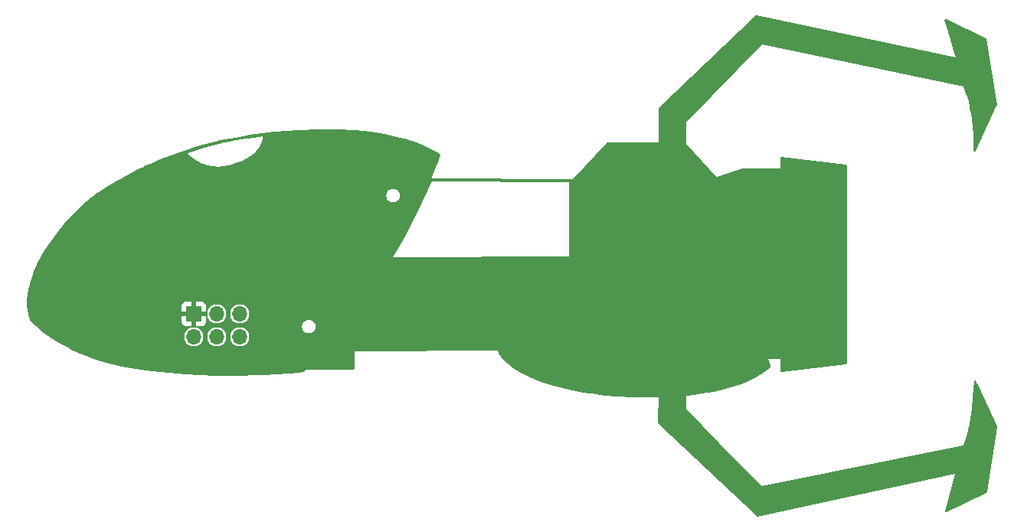
<source format=gtl>
%TF.GenerationSoftware,KiCad,Pcbnew,9.0.0*%
%TF.CreationDate,2025-03-23T17:22:46-07:00*%
%TF.ProjectId,portal-gun,706f7274-616c-42d6-9775-6e2e6b696361,rev?*%
%TF.SameCoordinates,Original*%
%TF.FileFunction,Copper,L1,Top*%
%TF.FilePolarity,Positive*%
%FSLAX46Y46*%
G04 Gerber Fmt 4.6, Leading zero omitted, Abs format (unit mm)*
G04 Created by KiCad (PCBNEW 9.0.0) date 2025-03-23 17:22:46*
%MOMM*%
%LPD*%
G01*
G04 APERTURE LIST*
%TA.AperFunction,ComponentPad*%
%ADD10R,1.700000X1.700000*%
%TD*%
%TA.AperFunction,ComponentPad*%
%ADD11O,1.700000X1.700000*%
%TD*%
%TA.AperFunction,ViaPad*%
%ADD12C,0.600000*%
%TD*%
G04 APERTURE END LIST*
D10*
%TO.P,J1,1,Pin_1*%
%TO.N,VDD*%
X124195000Y-87260000D03*
D11*
%TO.P,J1,2,Pin_2*%
%TO.N,GND*%
X124195000Y-89800000D03*
%TO.P,J1,3,Pin_3*%
%TO.N,unconnected-(J1-Pin_3-Pad3)*%
X126735000Y-87260000D03*
%TO.P,J1,4,Pin_4*%
%TO.N,unconnected-(J1-Pin_4-Pad4)*%
X126735000Y-89800000D03*
%TO.P,J1,5,Pin_5*%
%TO.N,Net-(J1-Pin_5)*%
X129275000Y-87260000D03*
%TO.P,J1,6,Pin_6*%
%TO.N,Net-(J1-Pin_6)*%
X129275000Y-89800000D03*
%TD*%
D12*
%TO.N,VDD*%
X119500000Y-78900000D03*
X128225000Y-72550000D03*
X111050000Y-86600000D03*
X151350000Y-83450000D03*
X160250000Y-83475000D03*
X194500000Y-81050000D03*
%TD*%
%TA.AperFunction,Conductor*%
%TO.N,VDD*%
G36*
X186467193Y-54231725D02*
G01*
X186468300Y-54231905D01*
X208407219Y-58908300D01*
X208408002Y-58908467D01*
X208408120Y-58908531D01*
X208408194Y-58908508D01*
X208408277Y-58908526D01*
X208408398Y-58908447D01*
X208408516Y-58908413D01*
X208408549Y-58908350D01*
X208408628Y-58908300D01*
X208408660Y-58908145D01*
X208408714Y-58908049D01*
X208408694Y-58907984D01*
X208408719Y-58907871D01*
X208408653Y-58907594D01*
X208408550Y-58907026D01*
X208408158Y-58906175D01*
X208294449Y-58522590D01*
X207831815Y-56961945D01*
X207831698Y-56961518D01*
X207831207Y-56959583D01*
X207831224Y-56959464D01*
X207831078Y-56958970D01*
X207830686Y-56958120D01*
X207397538Y-55481385D01*
X207397354Y-55480674D01*
X207396872Y-55478534D01*
X207396885Y-55478454D01*
X207396801Y-55478157D01*
X207396293Y-55477034D01*
X207209243Y-54806308D01*
X207208992Y-54805200D01*
X207206948Y-54793558D01*
X207206895Y-54792518D01*
X207206495Y-54790968D01*
X207206236Y-54789469D01*
X207206331Y-54789452D01*
X207206214Y-54789116D01*
X207206182Y-54789122D01*
X207206143Y-54788911D01*
X207206004Y-54788508D01*
X207205868Y-54787213D01*
X207205928Y-54787009D01*
X207205518Y-54785412D01*
X207205099Y-54783026D01*
X207205010Y-54779641D01*
X207207114Y-54762299D01*
X207207307Y-54760712D01*
X207207320Y-54760702D01*
X207207330Y-54760529D01*
X207207373Y-54760177D01*
X207207373Y-54760176D01*
X207207376Y-54760149D01*
X207207525Y-54758944D01*
X207207463Y-54758350D01*
X207208468Y-54741872D01*
X207209610Y-54737521D01*
X207209792Y-54737147D01*
X207210120Y-54736524D01*
X207210273Y-54736251D01*
X207210275Y-54736251D01*
X207210275Y-54736249D01*
X207210336Y-54736142D01*
X207210364Y-54735682D01*
X207210427Y-54734990D01*
X207210473Y-54734610D01*
X207211879Y-54730320D01*
X207219895Y-54716102D01*
X207220287Y-54715632D01*
X207220878Y-54714410D01*
X207220895Y-54714375D01*
X207221050Y-54714055D01*
X207221139Y-54713900D01*
X207221134Y-54713883D01*
X207221529Y-54713072D01*
X207229228Y-54697278D01*
X207231948Y-54693697D01*
X207232260Y-54693421D01*
X207232821Y-54692956D01*
X207233046Y-54692780D01*
X207233048Y-54692780D01*
X207233048Y-54692778D01*
X207233051Y-54692777D01*
X207233111Y-54692668D01*
X207233200Y-54692591D01*
X207233204Y-54692502D01*
X207233483Y-54692006D01*
X207233866Y-54691327D01*
X207236800Y-54687913D01*
X207249669Y-54677829D01*
X207250206Y-54677546D01*
X207251197Y-54676664D01*
X207251229Y-54676635D01*
X207251352Y-54676525D01*
X207251353Y-54676526D01*
X207251491Y-54676403D01*
X207251649Y-54676280D01*
X207251651Y-54676262D01*
X207265472Y-54664027D01*
X207269375Y-54661753D01*
X207269760Y-54661620D01*
X207270430Y-54661412D01*
X207270718Y-54661331D01*
X207270723Y-54661332D01*
X207270726Y-54661329D01*
X207270842Y-54661297D01*
X207270932Y-54661217D01*
X207270936Y-54661216D01*
X207270937Y-54661213D01*
X207271198Y-54660984D01*
X207271726Y-54660545D01*
X207272034Y-54660304D01*
X207276054Y-54658271D01*
X207291936Y-54653841D01*
X207292539Y-54653778D01*
X207293649Y-54653390D01*
X207294429Y-54653147D01*
X207295675Y-54652806D01*
X207296209Y-54652507D01*
X207311682Y-54647177D01*
X207316142Y-54646568D01*
X207316556Y-54646593D01*
X207317206Y-54646652D01*
X207317565Y-54646694D01*
X207317567Y-54646695D01*
X207317568Y-54646694D01*
X207317691Y-54646709D01*
X207317804Y-54646669D01*
X207317808Y-54646670D01*
X207317810Y-54646667D01*
X207318096Y-54646569D01*
X207318753Y-54646363D01*
X207319168Y-54646247D01*
X207323662Y-54645908D01*
X207340104Y-54647903D01*
X207340669Y-54648066D01*
X207341808Y-54648133D01*
X207342560Y-54648201D01*
X207343858Y-54648362D01*
X207344448Y-54648293D01*
X207361434Y-54649329D01*
X207364754Y-54650032D01*
X207367022Y-54650874D01*
X207368485Y-54651550D01*
X207369511Y-54651799D01*
X207370528Y-54652179D01*
X207370253Y-54652913D01*
X207370641Y-54653054D01*
X207370915Y-54652319D01*
X207372335Y-54652846D01*
X207373748Y-54653500D01*
X207374740Y-54653739D01*
X207376015Y-54654212D01*
X207385865Y-54657868D01*
X207386895Y-54658309D01*
X211767503Y-56793857D01*
X211768479Y-56794393D01*
X211787666Y-56806203D01*
X211790259Y-56808383D01*
X211795702Y-56814534D01*
X211796521Y-56815637D01*
X211797704Y-56816344D01*
X211803790Y-56820785D01*
X211806846Y-56824105D01*
X211811974Y-56832507D01*
X211811975Y-56832508D01*
X211812417Y-56833233D01*
X211812674Y-56833653D01*
X211812671Y-56833704D01*
X211812779Y-56833826D01*
X211813102Y-56834355D01*
X211813824Y-56835008D01*
X211820326Y-56842354D01*
X211822602Y-56846255D01*
X211825070Y-56853419D01*
X211825403Y-56854751D01*
X211826216Y-56855851D01*
X211830472Y-56862826D01*
X211831797Y-56865954D01*
X211835616Y-56880706D01*
X211835846Y-56881818D01*
X212974673Y-64163719D01*
X212974793Y-64164848D01*
X212976080Y-64187419D01*
X212975774Y-64190801D01*
X212973240Y-64201265D01*
X212973240Y-64201267D01*
X212972801Y-64212025D01*
X212972166Y-64215361D01*
X212964723Y-64236717D01*
X212964297Y-64237769D01*
X210642488Y-69253735D01*
X210641961Y-69254742D01*
X210633120Y-69269772D01*
X210633119Y-69269772D01*
X210632944Y-69270188D01*
X210631960Y-69272028D01*
X210631382Y-69272906D01*
X210631129Y-69273157D01*
X210630362Y-69274461D01*
X210630194Y-69274717D01*
X210629996Y-69274851D01*
X210628364Y-69276874D01*
X210612968Y-69291062D01*
X210598440Y-69305385D01*
X210595642Y-69307226D01*
X210595665Y-69307262D01*
X210593906Y-69308377D01*
X210593883Y-69308341D01*
X210591025Y-69310085D01*
X210571905Y-69317104D01*
X210553020Y-69324770D01*
X210550652Y-69325449D01*
X210549625Y-69325627D01*
X210548712Y-69325621D01*
X210547854Y-69325935D01*
X210546826Y-69326115D01*
X210546239Y-69325983D01*
X210544369Y-69326276D01*
X210524028Y-69325445D01*
X210503637Y-69325300D01*
X210500362Y-69324623D01*
X210500353Y-69324665D01*
X210498316Y-69324209D01*
X210498324Y-69324169D01*
X210495067Y-69323381D01*
X210493637Y-69322719D01*
X210476571Y-69314819D01*
X210476556Y-69314813D01*
X210476546Y-69314808D01*
X210457813Y-69306893D01*
X210455658Y-69305698D01*
X210454805Y-69305098D01*
X210454164Y-69304447D01*
X210453335Y-69304063D01*
X210452480Y-69303462D01*
X210452157Y-69302953D01*
X210450628Y-69301839D01*
X210436823Y-69286857D01*
X210422517Y-69272348D01*
X210420676Y-69269549D01*
X210420640Y-69269572D01*
X210419524Y-69267812D01*
X210419559Y-69267789D01*
X210417815Y-69264931D01*
X210410800Y-69245822D01*
X210410796Y-69245811D01*
X210405970Y-69233922D01*
X210405224Y-69231106D01*
X210404962Y-69229143D01*
X210404985Y-69229056D01*
X210404917Y-69228764D01*
X210404889Y-69228484D01*
X210404873Y-69228303D01*
X210404836Y-69227863D01*
X210404826Y-69227832D01*
X210404763Y-69227178D01*
X210404723Y-69225521D01*
X210404724Y-69225487D01*
X210404524Y-69224594D01*
X210403099Y-69208987D01*
X210403051Y-69207853D01*
X210403703Y-69116247D01*
X210407994Y-68513468D01*
X210408002Y-68513460D01*
X210407995Y-68513245D01*
X210407997Y-68513064D01*
X210407995Y-68513062D01*
X210407996Y-68513031D01*
X210407997Y-68513027D01*
X210407997Y-68512978D01*
X210408015Y-68511368D01*
X210407928Y-68510954D01*
X210406147Y-68450343D01*
X210385250Y-67739028D01*
X210385256Y-67739023D01*
X210385245Y-67738826D01*
X210385239Y-67738622D01*
X210385238Y-67738621D01*
X210385186Y-67736848D01*
X210385117Y-67736557D01*
X210359168Y-67272568D01*
X210359172Y-67272565D01*
X210359159Y-67272399D01*
X210359146Y-67272162D01*
X210359145Y-67272161D01*
X210359034Y-67270127D01*
X210358965Y-67269880D01*
X210320024Y-66762857D01*
X210320028Y-66762853D01*
X210320010Y-66762673D01*
X210319993Y-66762452D01*
X210319992Y-66762451D01*
X210319842Y-66760503D01*
X210319766Y-66760243D01*
X210265444Y-66218165D01*
X210265449Y-66218160D01*
X210265424Y-66217966D01*
X210265404Y-66217762D01*
X210265403Y-66217761D01*
X210265204Y-66215735D01*
X210265102Y-66215431D01*
X210193038Y-65646308D01*
X210193043Y-65646302D01*
X210193012Y-65646107D01*
X210192987Y-65645906D01*
X210192986Y-65645905D01*
X210192783Y-65644270D01*
X210192673Y-65643942D01*
X210100435Y-65055218D01*
X210100441Y-65055211D01*
X210100404Y-65055020D01*
X210100373Y-65054819D01*
X210100372Y-65054818D01*
X210100369Y-65054798D01*
X210100089Y-65052985D01*
X210099945Y-65052622D01*
X210006902Y-64565875D01*
X209985258Y-64452643D01*
X209985265Y-64452634D01*
X209985218Y-64452433D01*
X209985183Y-64452247D01*
X209985182Y-64452246D01*
X209985175Y-64452207D01*
X209985175Y-64452206D01*
X209985168Y-64452173D01*
X209984870Y-64450588D01*
X209984701Y-64450194D01*
X209937479Y-64245874D01*
X209845185Y-63846534D01*
X209845191Y-63846524D01*
X209845141Y-63846344D01*
X209845095Y-63846145D01*
X209845084Y-63846097D01*
X209845084Y-63846096D01*
X209844751Y-63844660D01*
X209844556Y-63844243D01*
X209677689Y-63244000D01*
X209677659Y-63243892D01*
X209677665Y-63243884D01*
X209677607Y-63243706D01*
X209677546Y-63243483D01*
X209677546Y-63243481D01*
X209677540Y-63243461D01*
X209677129Y-63241967D01*
X209676933Y-63241589D01*
X209583341Y-62947817D01*
X209583344Y-62947811D01*
X209583297Y-62947679D01*
X209583240Y-62947498D01*
X209583236Y-62947486D01*
X209582694Y-62945777D01*
X209582532Y-62945487D01*
X209481929Y-62657310D01*
X209481928Y-62657307D01*
X209481129Y-62655017D01*
X209481133Y-62655011D01*
X209481070Y-62654848D01*
X209481003Y-62654655D01*
X209480997Y-62654640D01*
X209480419Y-62652977D01*
X209480241Y-62652681D01*
X209479622Y-62651063D01*
X209479505Y-62650742D01*
X209478047Y-62646565D01*
X209367932Y-62358854D01*
X209274609Y-62136630D01*
X186985149Y-57487095D01*
X186985148Y-57487095D01*
X178623932Y-66097739D01*
X178618825Y-68441565D01*
X178619615Y-68443598D01*
X178619113Y-68443792D01*
X178620876Y-68448330D01*
X178620873Y-68449734D01*
X178620862Y-68450181D01*
X178620872Y-68450207D01*
X178621180Y-68450532D01*
X181998193Y-72173753D01*
X181998523Y-72174277D01*
X181999681Y-72175448D01*
X181999767Y-72175488D01*
X181999768Y-72175489D01*
X181999876Y-72175539D01*
X181999991Y-72175540D01*
X181999994Y-72175541D01*
X181999996Y-72175540D01*
X182000090Y-72175541D01*
X182000179Y-72175508D01*
X182000182Y-72175509D01*
X182000183Y-72175507D01*
X182001763Y-72174940D01*
X182002231Y-72174645D01*
X182299690Y-72055661D01*
X182300147Y-72055491D01*
X184781341Y-71203256D01*
X184781704Y-71203138D01*
X184804273Y-71196325D01*
X184806494Y-71195886D01*
X184829597Y-71193642D01*
X184830701Y-71193589D01*
X189026874Y-71199222D01*
X189026874Y-71199221D01*
X189026874Y-70746353D01*
X189027286Y-70647704D01*
X189029918Y-70018134D01*
X189029973Y-70017080D01*
X189032183Y-69994641D01*
X189033005Y-69991357D01*
X189034841Y-69986924D01*
X189035255Y-69986077D01*
X189035280Y-69985865D01*
X189035330Y-69985747D01*
X189035302Y-69985679D01*
X189035409Y-69984777D01*
X189035410Y-69984775D01*
X189035411Y-69984759D01*
X189035910Y-69980593D01*
X189037312Y-69976299D01*
X189043725Y-69964893D01*
X189044266Y-69964184D01*
X189044353Y-69963972D01*
X189044375Y-69963917D01*
X189044654Y-69963239D01*
X189044730Y-69963107D01*
X189044721Y-69963076D01*
X189044959Y-69962499D01*
X189050367Y-69949439D01*
X189052872Y-69945690D01*
X189055837Y-69942725D01*
X189056542Y-69942099D01*
X189056640Y-69941922D01*
X189056734Y-69941830D01*
X189056734Y-69941755D01*
X189057052Y-69941184D01*
X189059243Y-69937288D01*
X189062177Y-69933864D01*
X189072507Y-69925748D01*
X189073260Y-69925307D01*
X189073418Y-69925149D01*
X189074526Y-69924166D01*
X189074714Y-69924019D01*
X189075246Y-69923316D01*
X189084521Y-69914041D01*
X189088270Y-69911536D01*
X189092152Y-69909929D01*
X189093230Y-69909554D01*
X189094085Y-69908794D01*
X189097371Y-69906212D01*
X189101393Y-69904173D01*
X189114029Y-69900631D01*
X189114202Y-69900582D01*
X189115605Y-69900191D01*
X189115634Y-69900203D01*
X189115773Y-69900144D01*
X189116477Y-69899948D01*
X189116484Y-69899948D01*
X189116530Y-69899933D01*
X189116746Y-69899873D01*
X189117508Y-69899426D01*
X189129621Y-69894409D01*
X189134046Y-69893530D01*
X189138232Y-69893530D01*
X189139381Y-69893598D01*
X189140472Y-69893218D01*
X189145080Y-69891927D01*
X189148440Y-69891502D01*
X189170949Y-69891981D01*
X189172052Y-69892058D01*
X196291108Y-70746343D01*
X196292218Y-70746533D01*
X196297373Y-70747672D01*
X196298759Y-70748112D01*
X196299959Y-70748244D01*
X196301138Y-70748505D01*
X196300990Y-70749171D01*
X196301898Y-70749366D01*
X196302040Y-70748713D01*
X196303400Y-70749008D01*
X196304778Y-70749441D01*
X196305956Y-70749569D01*
X196314209Y-70751393D01*
X196317379Y-70752604D01*
X196329448Y-70759389D01*
X196330819Y-70760160D01*
X196330833Y-70760192D01*
X196330988Y-70760256D01*
X196331605Y-70760603D01*
X196331606Y-70760604D01*
X196331626Y-70760614D01*
X196331919Y-70760780D01*
X196332778Y-70760999D01*
X196344854Y-70766013D01*
X196348606Y-70768525D01*
X196351546Y-70771470D01*
X196352299Y-70772313D01*
X196353324Y-70772812D01*
X196354480Y-70773462D01*
X196356920Y-70774834D01*
X196360348Y-70777771D01*
X196368483Y-70788124D01*
X196369498Y-70789415D01*
X196369498Y-70789450D01*
X196369623Y-70789575D01*
X196370049Y-70790117D01*
X196370238Y-70790358D01*
X196370922Y-70790877D01*
X196380225Y-70800195D01*
X196382730Y-70803949D01*
X196384311Y-70807772D01*
X196384685Y-70808856D01*
X196385440Y-70809705D01*
X196387997Y-70812960D01*
X196390039Y-70816985D01*
X196393611Y-70829731D01*
X196393610Y-70829731D01*
X196394035Y-70831246D01*
X196394024Y-70831277D01*
X196394087Y-70831430D01*
X196394268Y-70832074D01*
X196394271Y-70832082D01*
X196394367Y-70832424D01*
X196394804Y-70833167D01*
X196398457Y-70842007D01*
X196399220Y-70844806D01*
X196399257Y-70845068D01*
X196399798Y-70850597D01*
X196400286Y-70852340D01*
X196400394Y-70853103D01*
X196400241Y-70853693D01*
X196400427Y-70856092D01*
X196400376Y-70856520D01*
X196400376Y-70856522D01*
X196401019Y-70863113D01*
X196401074Y-70864246D01*
X196383276Y-92722139D01*
X196383255Y-92722822D01*
X196383240Y-92723058D01*
X196382640Y-92729113D01*
X196382801Y-92730396D01*
X196382737Y-92731473D01*
X196382478Y-92732005D01*
X196382348Y-92733836D01*
X196382070Y-92734849D01*
X196380985Y-92745770D01*
X196380158Y-92749062D01*
X196374325Y-92763112D01*
X196370468Y-92777190D01*
X196369311Y-92779949D01*
X196368917Y-92780625D01*
X196364914Y-92785784D01*
X196362406Y-92791822D01*
X196362014Y-92792497D01*
X196361525Y-92792869D01*
X196360187Y-92794869D01*
X196349845Y-92805194D01*
X196340886Y-92816736D01*
X196338759Y-92818843D01*
X196338139Y-92819315D01*
X196332460Y-92822552D01*
X196327835Y-92827168D01*
X196327214Y-92827642D01*
X196326619Y-92827799D01*
X196324620Y-92829133D01*
X196311115Y-92834714D01*
X196297912Y-92842239D01*
X196295020Y-92843404D01*
X196294883Y-92843438D01*
X196284049Y-92845900D01*
X196282306Y-92846620D01*
X196281498Y-92846825D01*
X196280884Y-92846735D01*
X196279075Y-92847093D01*
X196279077Y-92847105D01*
X196278936Y-92847120D01*
X196278647Y-92847178D01*
X196278427Y-92847177D01*
X196278422Y-92847178D01*
X196272694Y-92848480D01*
X196271576Y-92848677D01*
X189205912Y-93738560D01*
X189204780Y-93738647D01*
X189182172Y-93739260D01*
X189178801Y-93738853D01*
X189174679Y-93737724D01*
X189172718Y-93737187D01*
X189172717Y-93737187D01*
X189166999Y-93737187D01*
X189162571Y-93736306D01*
X189154766Y-93733073D01*
X189149027Y-93730695D01*
X189134884Y-93726821D01*
X189132127Y-93725665D01*
X189131456Y-93725275D01*
X189126328Y-93721293D01*
X189120328Y-93718809D01*
X189119656Y-93718418D01*
X189119281Y-93717927D01*
X189117287Y-93716595D01*
X189106919Y-93706226D01*
X189106917Y-93706224D01*
X189095338Y-93697237D01*
X189093232Y-93695114D01*
X189092766Y-93694504D01*
X189089548Y-93688855D01*
X189084955Y-93684263D01*
X189084484Y-93683645D01*
X189084325Y-93683046D01*
X189082994Y-93681054D01*
X189080494Y-93675019D01*
X189077386Y-93667514D01*
X189074426Y-93662320D01*
X189072675Y-93659249D01*
X189071250Y-93654976D01*
X189071161Y-93654269D01*
X189071089Y-93653107D01*
X189070579Y-93652060D01*
X189068756Y-93647658D01*
X189068084Y-93645419D01*
X189068012Y-93645047D01*
X189067983Y-93644813D01*
X189067953Y-93644742D01*
X189067850Y-93644204D01*
X189067869Y-93644107D01*
X189067697Y-93643149D01*
X189067579Y-93641953D01*
X189065576Y-93621608D01*
X189065520Y-93620474D01*
X189065520Y-92235043D01*
X189064639Y-92232916D01*
X189064810Y-92232844D01*
X189062473Y-92227202D01*
X189062473Y-92226815D01*
X189062472Y-92226814D01*
X187674328Y-92229381D01*
X187674327Y-92229381D01*
X187675101Y-92230952D01*
X187676287Y-92235719D01*
X187676349Y-92237809D01*
X187676335Y-92237851D01*
X187676351Y-92237884D01*
X187676354Y-92237974D01*
X187676888Y-92239254D01*
X187677323Y-92239857D01*
X187899088Y-92689970D01*
X187899539Y-92691011D01*
X187903341Y-92701120D01*
X187903348Y-92701145D01*
X187907807Y-92712929D01*
X187908156Y-92714009D01*
X187982154Y-92988129D01*
X187982245Y-92988488D01*
X187982333Y-92988863D01*
X187982598Y-92990446D01*
X187982834Y-92990987D01*
X187983075Y-92992006D01*
X187982979Y-92992593D01*
X187983382Y-92994426D01*
X187983398Y-92995233D01*
X187985717Y-93009125D01*
X187985779Y-93012518D01*
X187984007Y-93026176D01*
X187984007Y-93026180D01*
X187984266Y-93039377D01*
X187983905Y-93042478D01*
X187983726Y-93043175D01*
X187980848Y-93050533D01*
X187979830Y-93058368D01*
X187979653Y-93059061D01*
X187979290Y-93059544D01*
X187978477Y-93061954D01*
X187971905Y-93073387D01*
X187971903Y-93073390D01*
X187966880Y-93086225D01*
X187965293Y-93089040D01*
X187965177Y-93089190D01*
X187956467Y-93100241D01*
X187955700Y-93101573D01*
X187955230Y-93102189D01*
X187954710Y-93102489D01*
X187953885Y-93103436D01*
X187953983Y-93103536D01*
X187953473Y-93104040D01*
X187951193Y-93106932D01*
X187950448Y-93107786D01*
X187799337Y-93264974D01*
X187799015Y-93265297D01*
X187798767Y-93265534D01*
X187795142Y-93268632D01*
X187791916Y-93272121D01*
X187791662Y-93272366D01*
X187791629Y-93272378D01*
X187791329Y-93272673D01*
X187589107Y-93452403D01*
X187588224Y-93453114D01*
X187585308Y-93455233D01*
X187582697Y-93457710D01*
X187581839Y-93458448D01*
X187283177Y-93690762D01*
X187282954Y-93690931D01*
X187282608Y-93691186D01*
X187280131Y-93692750D01*
X187277904Y-93694667D01*
X187277557Y-93694924D01*
X187277531Y-93694930D01*
X187277329Y-93695088D01*
X187089555Y-93827086D01*
X187088599Y-93827691D01*
X187087258Y-93828449D01*
X187087257Y-93828450D01*
X187086067Y-93829408D01*
X187085151Y-93830074D01*
X186869966Y-93970984D01*
X186869808Y-93971086D01*
X186869410Y-93971337D01*
X186867645Y-93972260D01*
X186866049Y-93973460D01*
X186865647Y-93973715D01*
X186865626Y-93973718D01*
X186865484Y-93973815D01*
X186621818Y-94122200D01*
X186620823Y-94122742D01*
X186619454Y-94123401D01*
X186619450Y-94123403D01*
X186618229Y-94124262D01*
X186617271Y-94124868D01*
X186343988Y-94279333D01*
X186343823Y-94279425D01*
X186343405Y-94279652D01*
X186341613Y-94280444D01*
X186339979Y-94281515D01*
X186339552Y-94281748D01*
X186339532Y-94281750D01*
X186339389Y-94281834D01*
X186035414Y-94440944D01*
X186034384Y-94441421D01*
X186033024Y-94441970D01*
X186031773Y-94442735D01*
X186030778Y-94443277D01*
X185695002Y-94605618D01*
X185694838Y-94605696D01*
X185694391Y-94605903D01*
X185692603Y-94606560D01*
X185690945Y-94607503D01*
X185690502Y-94607709D01*
X185690482Y-94607709D01*
X185690336Y-94607784D01*
X185321653Y-94771939D01*
X185320598Y-94772349D01*
X185319256Y-94772795D01*
X185318013Y-94773451D01*
X185316991Y-94773929D01*
X184914293Y-94938483D01*
X184914132Y-94938548D01*
X184913682Y-94938723D01*
X184911910Y-94939252D01*
X184910240Y-94940070D01*
X184909797Y-94940244D01*
X184909777Y-94940243D01*
X184909630Y-94940307D01*
X184471830Y-95103835D01*
X184470756Y-95104178D01*
X184469458Y-95104523D01*
X184468240Y-95105075D01*
X184467194Y-95105489D01*
X183993167Y-95266581D01*
X183993007Y-95266633D01*
X183992533Y-95266786D01*
X183990817Y-95267187D01*
X183989186Y-95267869D01*
X183988713Y-95268023D01*
X183988697Y-95268021D01*
X183988550Y-95268075D01*
X183477230Y-95425301D01*
X183476135Y-95425579D01*
X183475692Y-95425669D01*
X183474898Y-95425830D01*
X183473721Y-95426284D01*
X183472647Y-95426638D01*
X182922915Y-95578583D01*
X182922758Y-95578625D01*
X182922278Y-95578750D01*
X182920610Y-95579039D01*
X182919016Y-95579602D01*
X182918537Y-95579728D01*
X182918521Y-95579725D01*
X182918381Y-95579768D01*
X182329128Y-95725016D01*
X182328014Y-95725233D01*
X182326857Y-95725400D01*
X182326847Y-95725402D01*
X182325729Y-95725763D01*
X182324642Y-95726056D01*
X181694789Y-95863181D01*
X181694636Y-95863213D01*
X181694150Y-95863311D01*
X181692551Y-95863498D01*
X181691010Y-95863951D01*
X181690516Y-95864052D01*
X181690502Y-95864049D01*
X181690367Y-95864082D01*
X181018795Y-95991670D01*
X181017674Y-95991826D01*
X181016602Y-95991922D01*
X181016594Y-95991923D01*
X181015551Y-95992202D01*
X181014437Y-95992441D01*
X180300051Y-96109071D01*
X180299906Y-96109093D01*
X180299403Y-96109168D01*
X180297883Y-96109265D01*
X180296402Y-96109619D01*
X180295900Y-96109695D01*
X180295886Y-96109691D01*
X180295756Y-96109716D01*
X179537461Y-96213968D01*
X179536336Y-96214067D01*
X179535341Y-96214105D01*
X179534367Y-96214314D01*
X179533245Y-96214496D01*
X178729941Y-96304951D01*
X178729857Y-96304960D01*
X178729318Y-96305016D01*
X178728422Y-96305029D01*
X178727538Y-96305203D01*
X178727006Y-96305260D01*
X178726997Y-96305257D01*
X178726918Y-96305269D01*
X178631407Y-96314584D01*
X178618011Y-97020377D01*
X178611096Y-97582073D01*
X178611477Y-97763027D01*
X178612679Y-97782482D01*
X178613525Y-97784385D01*
X178612899Y-97784663D01*
X178614572Y-97788441D01*
X178614702Y-97790535D01*
X178614718Y-97791111D01*
X178614752Y-97791178D01*
X178615189Y-97791593D01*
X182280775Y-101542067D01*
X186987876Y-106358175D01*
X186987887Y-106358186D01*
X186988698Y-106359018D01*
X186988710Y-106359075D01*
X186988830Y-106359154D01*
X186989067Y-106359397D01*
X186989186Y-106359408D01*
X186989216Y-106359405D01*
X186990576Y-106358995D01*
X209219061Y-101863749D01*
X209220493Y-101863460D01*
X209220515Y-101863473D01*
X209220683Y-101863422D01*
X209220873Y-101863384D01*
X209220907Y-101863356D01*
X209220912Y-101863355D01*
X209220914Y-101863351D01*
X209220953Y-101863320D01*
X209221316Y-101862717D01*
X209221732Y-101862094D01*
X209221990Y-101861355D01*
X209289605Y-101736118D01*
X209289972Y-101735438D01*
X209289990Y-101735433D01*
X209290068Y-101735261D01*
X209290244Y-101734937D01*
X209290248Y-101734933D01*
X209290269Y-101734892D01*
X209290803Y-101733914D01*
X209290964Y-101733328D01*
X209380101Y-101540984D01*
X209380423Y-101540292D01*
X209380441Y-101540285D01*
X209380499Y-101540129D01*
X209380686Y-101539727D01*
X209380689Y-101539723D01*
X209380705Y-101539687D01*
X209381124Y-101538793D01*
X209381259Y-101538121D01*
X209549427Y-101094303D01*
X209550153Y-101092388D01*
X209550171Y-101092380D01*
X209550223Y-101092204D01*
X209550374Y-101091807D01*
X209550381Y-101091786D01*
X209550759Y-101090794D01*
X209550843Y-101090133D01*
X209701117Y-100588632D01*
X209701716Y-100586634D01*
X209701730Y-100586626D01*
X209701778Y-100586428D01*
X209701831Y-100586252D01*
X209701829Y-100586249D01*
X209701864Y-100586136D01*
X209701866Y-100586133D01*
X209701872Y-100586112D01*
X209702260Y-100584823D01*
X209702296Y-100584299D01*
X209836068Y-100035304D01*
X209836078Y-100035298D01*
X209836118Y-100035100D01*
X209836164Y-100034913D01*
X209836163Y-100034912D01*
X209836172Y-100034877D01*
X209836172Y-100034875D01*
X209836178Y-100034853D01*
X209836570Y-100033257D01*
X209836579Y-100032811D01*
X209953904Y-99452062D01*
X209953911Y-99452058D01*
X209953942Y-99451871D01*
X209953979Y-99451690D01*
X209953980Y-99451689D01*
X209953988Y-99451646D01*
X209954370Y-99449789D01*
X209954361Y-99449403D01*
X210056094Y-98850378D01*
X210056099Y-98850375D01*
X210056122Y-98850209D01*
X210056162Y-98849979D01*
X210056161Y-98849978D01*
X210056477Y-98848162D01*
X210056464Y-98847841D01*
X210143614Y-98243495D01*
X210143620Y-98243491D01*
X210143648Y-98243259D01*
X210143673Y-98243090D01*
X210143671Y-98243088D01*
X210143674Y-98243073D01*
X210143966Y-98241102D01*
X210143947Y-98240830D01*
X210199347Y-97791595D01*
X210217393Y-97645260D01*
X210217398Y-97645257D01*
X210217415Y-97645079D01*
X210217443Y-97644857D01*
X210217441Y-97644855D01*
X210217660Y-97643129D01*
X210217637Y-97642833D01*
X210328245Y-96524310D01*
X210328250Y-96524306D01*
X210328263Y-96524124D01*
X210328285Y-96523906D01*
X210328284Y-96523905D01*
X210328478Y-96521994D01*
X210328442Y-96521685D01*
X210396834Y-95594782D01*
X210396839Y-95594778D01*
X210396849Y-95594570D01*
X210396864Y-95594376D01*
X210397026Y-95592283D01*
X210396981Y-95591988D01*
X210397155Y-95588609D01*
X210441525Y-94724895D01*
X210441636Y-94723803D01*
X210442930Y-94715213D01*
X210443241Y-94714021D01*
X210443322Y-94712627D01*
X210443530Y-94711270D01*
X210443660Y-94711289D01*
X210443693Y-94709301D01*
X210444182Y-94707574D01*
X210444187Y-94707567D01*
X210444252Y-94706435D01*
X210444992Y-94701520D01*
X210445984Y-94698278D01*
X210447037Y-94696063D01*
X210452814Y-94683919D01*
X210453475Y-94682533D01*
X210453496Y-94682525D01*
X210453551Y-94682374D01*
X210453783Y-94681889D01*
X210453786Y-94681885D01*
X210453804Y-94681845D01*
X210454126Y-94681175D01*
X210454279Y-94680427D01*
X210459521Y-94666404D01*
X210461888Y-94662578D01*
X210463368Y-94660992D01*
X210464061Y-94660311D01*
X210464132Y-94660246D01*
X210464159Y-94660176D01*
X210464544Y-94659260D01*
X210465473Y-94657307D01*
X210468166Y-94653693D01*
X210479228Y-94643711D01*
X210479869Y-94643298D01*
X210480435Y-94642688D01*
X210480457Y-94642665D01*
X210480810Y-94642285D01*
X210480938Y-94642171D01*
X210480938Y-94642147D01*
X210482191Y-94640803D01*
X210492415Y-94629837D01*
X210496067Y-94627207D01*
X210498040Y-94626307D01*
X210498906Y-94625958D01*
X210498910Y-94625953D01*
X210498911Y-94625954D01*
X210499007Y-94625867D01*
X210499126Y-94625813D01*
X210499155Y-94625733D01*
X210501397Y-94623710D01*
X210505267Y-94621401D01*
X210519400Y-94616379D01*
X210520126Y-94616241D01*
X210520819Y-94615924D01*
X210521812Y-94615523D01*
X210522594Y-94615247D01*
X210523221Y-94614828D01*
X210536793Y-94608643D01*
X210541180Y-94607608D01*
X210543349Y-94607532D01*
X210544325Y-94607540D01*
X210544418Y-94607544D01*
X210544492Y-94607511D01*
X210545407Y-94607139D01*
X210547446Y-94606415D01*
X210551906Y-94605765D01*
X210566951Y-94606538D01*
X210567674Y-94606683D01*
X210568375Y-94606657D01*
X210569444Y-94606666D01*
X210570247Y-94606709D01*
X210570983Y-94606565D01*
X210585912Y-94606042D01*
X210590365Y-94606767D01*
X210591499Y-94607191D01*
X210592366Y-94607515D01*
X210593290Y-94607907D01*
X210593373Y-94607946D01*
X210593397Y-94607946D01*
X210594454Y-94607950D01*
X210596605Y-94608061D01*
X210600973Y-94609167D01*
X210614530Y-94615615D01*
X210615149Y-94616034D01*
X210615852Y-94616295D01*
X210616827Y-94616708D01*
X210617617Y-94617086D01*
X210618357Y-94617230D01*
X210632122Y-94622376D01*
X210632285Y-94622437D01*
X210636118Y-94624807D01*
X210637683Y-94626264D01*
X210638379Y-94626969D01*
X210638453Y-94627051D01*
X210638480Y-94627061D01*
X210639457Y-94627472D01*
X210641387Y-94628390D01*
X210645008Y-94631088D01*
X210654986Y-94642146D01*
X210655067Y-94642235D01*
X210655480Y-94642863D01*
X210656020Y-94643363D01*
X210656760Y-94644114D01*
X210657286Y-94644700D01*
X210657904Y-94645118D01*
X210669301Y-94655744D01*
X210671419Y-94658401D01*
X210673933Y-94662734D01*
X210674517Y-94663982D01*
X210675215Y-94664939D01*
X210675845Y-94666023D01*
X210675272Y-94666355D01*
X210675817Y-94667291D01*
X210676393Y-94666959D01*
X210677092Y-94668170D01*
X210677688Y-94669455D01*
X210678394Y-94670416D01*
X210682715Y-94677861D01*
X210683235Y-94678867D01*
X210955054Y-95275182D01*
X212979016Y-99715352D01*
X212979435Y-99716407D01*
X212984766Y-99731994D01*
X212985382Y-99735333D01*
X212985631Y-99742448D01*
X212987118Y-99748399D01*
X212987245Y-99748966D01*
X212987517Y-99750346D01*
X212987492Y-99750470D01*
X212987567Y-99751003D01*
X212988009Y-99752276D01*
X212988026Y-99752344D01*
X212988358Y-99755725D01*
X212987250Y-99778055D01*
X212987138Y-99779185D01*
X211919275Y-106951664D01*
X211919053Y-106952778D01*
X211913547Y-106974710D01*
X211912246Y-106977846D01*
X211907209Y-106986240D01*
X211904240Y-106994957D01*
X211901979Y-106998864D01*
X211894581Y-107007282D01*
X211894580Y-107007284D01*
X211888815Y-107016891D01*
X211886752Y-107019429D01*
X211886276Y-107019869D01*
X211878386Y-107025714D01*
X211871538Y-107033506D01*
X211871089Y-107033923D01*
X211870777Y-107034038D01*
X211869331Y-107035263D01*
X211850109Y-107047190D01*
X211849115Y-107047740D01*
X207435621Y-109218892D01*
X207434580Y-109219343D01*
X207422079Y-109224034D01*
X207422063Y-109224042D01*
X207421202Y-109224533D01*
X207419026Y-109225491D01*
X207417993Y-109225823D01*
X207416968Y-109225953D01*
X207413170Y-109227378D01*
X207412889Y-109227469D01*
X207412657Y-109227450D01*
X207410084Y-109228003D01*
X207390865Y-109229243D01*
X207372327Y-109231580D01*
X207369707Y-109231611D01*
X207368743Y-109231512D01*
X207366259Y-109230832D01*
X207363690Y-109230998D01*
X207362726Y-109230900D01*
X207362187Y-109230610D01*
X207360168Y-109230342D01*
X207342522Y-109224332D01*
X207342505Y-109224327D01*
X207342499Y-109224325D01*
X207334323Y-109222086D01*
X207324472Y-109219388D01*
X207322040Y-109218414D01*
X207321188Y-109217955D01*
X207319153Y-109216375D01*
X207316714Y-109215544D01*
X207315859Y-109215084D01*
X207315473Y-109214610D01*
X207313709Y-109213589D01*
X207299686Y-109201265D01*
X207299674Y-109201256D01*
X207284926Y-109189811D01*
X207283052Y-109187982D01*
X207282441Y-109187233D01*
X207281164Y-109184991D01*
X207279221Y-109183285D01*
X207278614Y-109182540D01*
X207278437Y-109181951D01*
X207277200Y-109180336D01*
X207268948Y-109163561D01*
X207262266Y-109151839D01*
X207262113Y-109151562D01*
X207261096Y-109149658D01*
X207261092Y-109149626D01*
X207261068Y-109149607D01*
X207260775Y-109149058D01*
X207260773Y-109149047D01*
X207260605Y-109148728D01*
X207260403Y-109148318D01*
X207259234Y-109143947D01*
X207258183Y-109127656D01*
X207258251Y-109127048D01*
X207258088Y-109125788D01*
X207258084Y-109125754D01*
X207258035Y-109125374D01*
X207258025Y-109125196D01*
X207258011Y-109125184D01*
X207257873Y-109124094D01*
X207255634Y-109106334D01*
X207255708Y-109102939D01*
X207256129Y-109100474D01*
X207256465Y-109099160D01*
X207256473Y-109098661D01*
X207256602Y-109097377D01*
X207256698Y-109097197D01*
X207256775Y-109096764D01*
X207256917Y-109096789D01*
X207257080Y-109096486D01*
X207256830Y-109096445D01*
X207257086Y-109094896D01*
X207257473Y-109093366D01*
X207257526Y-109092288D01*
X207259500Y-109080732D01*
X207259740Y-109079650D01*
X208378762Y-104993557D01*
X208379149Y-104992152D01*
X208379215Y-104992052D01*
X208379198Y-104991974D01*
X208379224Y-104991881D01*
X208379206Y-104991775D01*
X208379203Y-104991757D01*
X208379163Y-104991698D01*
X208378623Y-104990837D01*
X208377956Y-104989663D01*
X208377814Y-104988526D01*
X208377347Y-104984799D01*
X208376136Y-104983520D01*
X186544199Y-109692027D01*
X186543078Y-109692212D01*
X186520610Y-109694790D01*
X186517216Y-109694677D01*
X186507437Y-109692894D01*
X186507429Y-109692893D01*
X186498077Y-109693170D01*
X186493625Y-109692420D01*
X186483299Y-109688495D01*
X186483285Y-109688492D01*
X186472420Y-109686512D01*
X186469303Y-109685470D01*
X186468745Y-109685189D01*
X186460358Y-109679778D01*
X186450510Y-109676036D01*
X186449982Y-109675771D01*
X186449764Y-109675519D01*
X186448099Y-109674587D01*
X186430197Y-109660759D01*
X186429334Y-109660021D01*
X175571862Y-99425514D01*
X175571075Y-99424696D01*
X175556220Y-99407648D01*
X175555244Y-99406356D01*
X175554757Y-99405608D01*
X175553640Y-99403120D01*
X175552051Y-99401449D01*
X175551472Y-99400558D01*
X175551362Y-99399969D01*
X175550372Y-99398402D01*
X175543542Y-99380647D01*
X175543534Y-99380626D01*
X175538806Y-99370103D01*
X175537818Y-99366158D01*
X175537808Y-99366016D01*
X175537526Y-99365384D01*
X175537299Y-99364840D01*
X175537067Y-99364236D01*
X175536323Y-99360918D01*
X175534687Y-99338456D01*
X175534661Y-99337329D01*
X175547010Y-98852789D01*
X175606976Y-96499717D01*
X175606985Y-96499709D01*
X175606981Y-96499519D01*
X175606987Y-96499316D01*
X175606984Y-96499313D01*
X175606978Y-96499298D01*
X175606978Y-96499295D01*
X175606975Y-96499292D01*
X175606229Y-96497526D01*
X175606061Y-96497129D01*
X175606225Y-96497059D01*
X175606224Y-96496923D01*
X175603930Y-96491624D01*
X175603933Y-96491142D01*
X175603935Y-96491076D01*
X175603933Y-96491076D01*
X175603934Y-96491075D01*
X175028062Y-96501503D01*
X175027960Y-96501504D01*
X175027429Y-96501508D01*
X175026354Y-96501422D01*
X175025274Y-96501529D01*
X175024751Y-96501534D01*
X175024741Y-96501530D01*
X175024645Y-96501535D01*
X173979742Y-96501718D01*
X173978614Y-96501663D01*
X173977882Y-96501591D01*
X173977157Y-96501648D01*
X173976025Y-96501681D01*
X172879501Y-96479552D01*
X172879328Y-96479547D01*
X172878841Y-96479529D01*
X172877019Y-96479313D01*
X172875178Y-96479400D01*
X172874697Y-96479384D01*
X172874680Y-96479376D01*
X172874520Y-96479376D01*
X170824520Y-96375873D01*
X170823391Y-96375761D01*
X170822723Y-96375661D01*
X170821235Y-96375438D01*
X170821232Y-96375438D01*
X170819048Y-96375448D01*
X170817913Y-96375397D01*
X168945119Y-96199598D01*
X168944855Y-96199571D01*
X168944414Y-96199519D01*
X168941669Y-96198986D01*
X168938868Y-96198870D01*
X168938440Y-96198820D01*
X168938416Y-96198806D01*
X168938176Y-96198785D01*
X167236383Y-95959648D01*
X167235265Y-95959435D01*
X167232786Y-95958833D01*
X167230234Y-95958602D01*
X167229110Y-95958444D01*
X165692117Y-95664922D01*
X165691819Y-95664861D01*
X165691409Y-95664771D01*
X165688358Y-95663871D01*
X165685210Y-95663418D01*
X165684798Y-95663328D01*
X165684774Y-95663311D01*
X165684503Y-95663259D01*
X164306135Y-95324312D01*
X164305051Y-95323988D01*
X164302219Y-95322989D01*
X164302218Y-95322988D01*
X164302213Y-95322987D01*
X164299279Y-95322396D01*
X164298178Y-95322117D01*
X163072224Y-94946699D01*
X163071894Y-94946592D01*
X163071508Y-94946461D01*
X163068159Y-94945063D01*
X163064646Y-94944132D01*
X163064264Y-94944003D01*
X163064242Y-94943984D01*
X163063937Y-94943887D01*
X161984208Y-94540954D01*
X161983164Y-94540504D01*
X161979993Y-94538951D01*
X161979980Y-94538945D01*
X161976638Y-94537826D01*
X161975579Y-94537412D01*
X161035891Y-94115929D01*
X161035527Y-94115759D01*
X161035192Y-94115594D01*
X161031523Y-94113494D01*
X161027614Y-94111874D01*
X161027298Y-94111719D01*
X161027276Y-94111694D01*
X161026944Y-94111537D01*
X160502063Y-93830760D01*
X160221061Y-93680442D01*
X160220088Y-93679858D01*
X160218354Y-93678699D01*
X160216563Y-93677501D01*
X160216557Y-93677498D01*
X160216551Y-93677494D01*
X160212772Y-93675581D01*
X160211785Y-93675019D01*
X159533538Y-93243284D01*
X159533137Y-93243017D01*
X159532880Y-93242838D01*
X159528901Y-93239717D01*
X159524594Y-93237065D01*
X159524321Y-93236875D01*
X159524301Y-93236844D01*
X159523932Y-93236591D01*
X159011834Y-92847178D01*
X158967118Y-92813175D01*
X158966252Y-92812447D01*
X158962313Y-92808789D01*
X158958014Y-92805552D01*
X158957142Y-92804825D01*
X158881059Y-92734849D01*
X158515536Y-92398667D01*
X158515105Y-92398248D01*
X158514928Y-92398066D01*
X158510555Y-92393170D01*
X158505780Y-92388690D01*
X158505599Y-92388505D01*
X158505586Y-92388472D01*
X158505174Y-92388046D01*
X158364369Y-92227202D01*
X158172577Y-92008114D01*
X158171878Y-92007230D01*
X158167372Y-92000930D01*
X158167368Y-92000924D01*
X158162455Y-91994925D01*
X158161779Y-91994012D01*
X157931975Y-91649272D01*
X157931722Y-91648874D01*
X157931548Y-91648589D01*
X157931221Y-91647973D01*
X157931094Y-91647844D01*
X157930682Y-91647167D01*
X157930668Y-91647082D01*
X157930293Y-91646477D01*
X157925513Y-91637267D01*
X157925483Y-91637210D01*
X157920564Y-91627985D01*
X157919864Y-91626387D01*
X157919692Y-91626057D01*
X157919214Y-91625016D01*
X157791945Y-91307050D01*
X157791944Y-91307050D01*
X157791944Y-91307049D01*
X141963797Y-91376925D01*
X141963797Y-93315472D01*
X141963741Y-93316605D01*
X141961561Y-93338748D01*
X141961561Y-93338767D01*
X141961529Y-93339095D01*
X141961378Y-93339376D01*
X141960704Y-93342390D01*
X141952129Y-93363094D01*
X141943676Y-93384012D01*
X141941129Y-93387859D01*
X141925334Y-93403654D01*
X141909528Y-93419738D01*
X141905703Y-93422318D01*
X141884956Y-93430912D01*
X141864231Y-93439708D01*
X141860944Y-93440562D01*
X141860608Y-93440598D01*
X141860599Y-93440598D01*
X141849913Y-93441744D01*
X141838473Y-93442971D01*
X141837340Y-93443037D01*
X136563930Y-93489037D01*
X136440108Y-93624190D01*
X136439487Y-93624818D01*
X136439382Y-93624916D01*
X136430107Y-93633233D01*
X136428933Y-93634704D01*
X136428319Y-93635280D01*
X136427741Y-93635497D01*
X136426374Y-93636651D01*
X136426386Y-93636668D01*
X136426190Y-93636807D01*
X136426008Y-93636961D01*
X136425853Y-93637046D01*
X136425852Y-93637047D01*
X136422467Y-93640082D01*
X136419634Y-93641953D01*
X136402610Y-93649894D01*
X136402579Y-93649909D01*
X136386149Y-93658989D01*
X136383483Y-93660056D01*
X136383220Y-93660124D01*
X136378530Y-93661126D01*
X136377421Y-93661642D01*
X136376409Y-93661908D01*
X136375815Y-93661826D01*
X136373985Y-93662274D01*
X136372935Y-93662320D01*
X136360851Y-93664900D01*
X136359730Y-93665082D01*
X134889741Y-93830667D01*
X134889556Y-93830687D01*
X134889075Y-93830733D01*
X134887115Y-93830760D01*
X134885182Y-93831108D01*
X134884710Y-93831154D01*
X134884691Y-93831148D01*
X134884524Y-93831170D01*
X133163170Y-93968977D01*
X133162036Y-93969012D01*
X133161222Y-93968997D01*
X133161219Y-93968997D01*
X133161213Y-93968997D01*
X133161207Y-93968997D01*
X133161206Y-93968998D01*
X133160403Y-93969125D01*
X133159273Y-93969246D01*
X132086401Y-94031691D01*
X132086306Y-94031697D01*
X132085781Y-94031723D01*
X132084799Y-94031683D01*
X132083829Y-94031820D01*
X132083299Y-94031847D01*
X132083289Y-94031843D01*
X132083208Y-94031851D01*
X130881409Y-94082332D01*
X130880267Y-94082323D01*
X130879749Y-94082293D01*
X130879748Y-94082293D01*
X130879220Y-94082359D01*
X130878086Y-94082443D01*
X129557091Y-94115187D01*
X129556981Y-94115190D01*
X129556459Y-94115197D01*
X129555347Y-94115116D01*
X129554244Y-94115231D01*
X129553717Y-94115240D01*
X129553706Y-94115235D01*
X129553615Y-94115241D01*
X128123098Y-94124482D01*
X128121964Y-94124433D01*
X128121292Y-94124371D01*
X128121290Y-94124371D01*
X128121289Y-94124371D01*
X128120823Y-94124411D01*
X128120616Y-94124429D01*
X128119477Y-94124470D01*
X126589156Y-94104437D01*
X126589037Y-94104435D01*
X126588521Y-94104422D01*
X126587264Y-94104282D01*
X126585994Y-94104363D01*
X126585480Y-94104352D01*
X126585467Y-94104346D01*
X126585357Y-94104348D01*
X124964935Y-94049272D01*
X124963808Y-94049179D01*
X124963339Y-94049116D01*
X124962950Y-94049065D01*
X124962948Y-94049065D01*
X124962940Y-94049064D01*
X124962087Y-94049100D01*
X124960959Y-94049092D01*
X123260117Y-93953205D01*
X123259978Y-93953196D01*
X123259467Y-93953161D01*
X123258040Y-93952938D01*
X123256595Y-93952964D01*
X123256090Y-93952930D01*
X123256077Y-93952923D01*
X123255952Y-93952920D01*
X121484401Y-93810454D01*
X121483274Y-93810307D01*
X121482229Y-93810118D01*
X121481156Y-93810110D01*
X121480022Y-93810045D01*
X119647483Y-93615230D01*
X119647326Y-93615212D01*
X119646825Y-93615151D01*
X119645198Y-93614815D01*
X119643533Y-93614756D01*
X119643031Y-93614696D01*
X119643017Y-93614688D01*
X119642871Y-93614676D01*
X117759022Y-93361745D01*
X117757902Y-93361538D01*
X117755889Y-93361062D01*
X117753819Y-93360904D01*
X117752690Y-93360761D01*
X116283697Y-93101129D01*
X116283385Y-93101070D01*
X116282979Y-93100986D01*
X116279776Y-93100089D01*
X116276485Y-93099654D01*
X116276084Y-93099572D01*
X116276060Y-93099556D01*
X116275776Y-93099504D01*
X114914221Y-92781289D01*
X114913133Y-92780977D01*
X114911707Y-92780492D01*
X114910401Y-92780048D01*
X114907562Y-92779515D01*
X114906458Y-92779251D01*
X113650611Y-92412858D01*
X113650315Y-92412767D01*
X113649904Y-92412635D01*
X113646899Y-92411427D01*
X113643744Y-92410658D01*
X113643336Y-92410527D01*
X113643315Y-92410509D01*
X113643041Y-92410428D01*
X112491161Y-92006263D01*
X112490107Y-92005834D01*
X112487593Y-92004663D01*
X112484931Y-92003864D01*
X112483862Y-92003485D01*
X112097071Y-91844468D01*
X111434190Y-91571944D01*
X111433917Y-91571827D01*
X111433523Y-91571653D01*
X111430776Y-91570194D01*
X111427844Y-91569146D01*
X111427454Y-91568974D01*
X111427436Y-91568955D01*
X111427184Y-91568851D01*
X110477992Y-91120340D01*
X110476987Y-91119803D01*
X110474762Y-91118470D01*
X110474763Y-91118470D01*
X110474759Y-91118468D01*
X110472345Y-91117467D01*
X110471318Y-91116981D01*
X109620862Y-90661904D01*
X109620616Y-90661769D01*
X109620245Y-90661559D01*
X109617808Y-90659928D01*
X109615160Y-90658677D01*
X109614780Y-90658462D01*
X109614764Y-90658441D01*
X109614540Y-90658322D01*
X108861072Y-90207077D01*
X108860133Y-90206450D01*
X108858209Y-90205023D01*
X108858205Y-90205021D01*
X108858204Y-90205020D01*
X108856088Y-90203897D01*
X108855113Y-90203316D01*
X108196912Y-89766319D01*
X108196698Y-89766174D01*
X108196331Y-89765919D01*
X108194229Y-89764203D01*
X108191892Y-89762826D01*
X108191526Y-89762571D01*
X108191512Y-89762550D01*
X108191316Y-89762421D01*
X108113110Y-89705312D01*
X108101089Y-89696534D01*
X123144500Y-89696534D01*
X123144500Y-89903465D01*
X123184870Y-90106422D01*
X123184871Y-90106424D01*
X123229383Y-90213883D01*
X123264059Y-90297598D01*
X123379023Y-90469655D01*
X123525345Y-90615977D01*
X123697402Y-90730941D01*
X123860574Y-90798529D01*
X123888575Y-90810128D01*
X123888577Y-90810129D01*
X123888578Y-90810129D01*
X123888580Y-90810130D01*
X124091535Y-90850500D01*
X124091536Y-90850500D01*
X124298464Y-90850500D01*
X124298465Y-90850500D01*
X124501420Y-90810130D01*
X124692598Y-90730941D01*
X124864655Y-90615977D01*
X125010977Y-90469655D01*
X125125941Y-90297598D01*
X125205130Y-90106420D01*
X125245500Y-89903465D01*
X125245500Y-89696535D01*
X125245500Y-89696534D01*
X125684500Y-89696534D01*
X125684500Y-89903465D01*
X125724870Y-90106422D01*
X125724871Y-90106424D01*
X125769383Y-90213883D01*
X125804059Y-90297598D01*
X125919023Y-90469655D01*
X126065345Y-90615977D01*
X126237402Y-90730941D01*
X126400574Y-90798529D01*
X126428575Y-90810128D01*
X126428577Y-90810129D01*
X126428578Y-90810129D01*
X126428580Y-90810130D01*
X126631535Y-90850500D01*
X126631536Y-90850500D01*
X126838464Y-90850500D01*
X126838465Y-90850500D01*
X127041420Y-90810130D01*
X127232598Y-90730941D01*
X127404655Y-90615977D01*
X127550977Y-90469655D01*
X127665941Y-90297598D01*
X127745130Y-90106420D01*
X127785500Y-89903465D01*
X127785500Y-89696535D01*
X127785500Y-89696534D01*
X128224500Y-89696534D01*
X128224500Y-89903465D01*
X128264870Y-90106422D01*
X128264871Y-90106424D01*
X128309383Y-90213883D01*
X128344059Y-90297598D01*
X128459023Y-90469655D01*
X128605345Y-90615977D01*
X128777402Y-90730941D01*
X128940574Y-90798529D01*
X128968575Y-90810128D01*
X128968577Y-90810129D01*
X128968578Y-90810129D01*
X128968580Y-90810130D01*
X129171535Y-90850500D01*
X129171536Y-90850500D01*
X129378464Y-90850500D01*
X129378465Y-90850500D01*
X129581420Y-90810130D01*
X129772598Y-90730941D01*
X129944655Y-90615977D01*
X130090977Y-90469655D01*
X130205941Y-90297598D01*
X130285130Y-90106420D01*
X130325500Y-89903465D01*
X130325500Y-89696535D01*
X130285130Y-89493580D01*
X130205941Y-89302402D01*
X130090977Y-89130345D01*
X129944655Y-88984023D01*
X129772598Y-88869059D01*
X129772596Y-88869058D01*
X129581424Y-88789871D01*
X129581422Y-88789870D01*
X129378465Y-88749500D01*
X129171535Y-88749500D01*
X129171534Y-88749500D01*
X128968577Y-88789870D01*
X128968575Y-88789871D01*
X128777404Y-88869058D01*
X128777402Y-88869059D01*
X128605345Y-88984023D01*
X128605341Y-88984026D01*
X128459026Y-89130341D01*
X128459023Y-89130345D01*
X128344058Y-89302404D01*
X128264871Y-89493575D01*
X128264870Y-89493577D01*
X128224500Y-89696534D01*
X127785500Y-89696534D01*
X127745130Y-89493580D01*
X127665941Y-89302402D01*
X127550977Y-89130345D01*
X127404655Y-88984023D01*
X127232598Y-88869059D01*
X127232596Y-88869058D01*
X127041424Y-88789871D01*
X127041422Y-88789870D01*
X126838465Y-88749500D01*
X126631535Y-88749500D01*
X126631534Y-88749500D01*
X126428577Y-88789870D01*
X126428575Y-88789871D01*
X126237404Y-88869058D01*
X126237402Y-88869059D01*
X126065345Y-88984023D01*
X126065341Y-88984026D01*
X125919026Y-89130341D01*
X125919023Y-89130345D01*
X125804058Y-89302404D01*
X125724871Y-89493575D01*
X125724870Y-89493577D01*
X125684500Y-89696534D01*
X125245500Y-89696534D01*
X125205130Y-89493580D01*
X125125941Y-89302402D01*
X125010977Y-89130345D01*
X124864655Y-88984023D01*
X124692598Y-88869059D01*
X124692596Y-88869058D01*
X124501424Y-88789871D01*
X124501422Y-88789870D01*
X124298465Y-88749500D01*
X124091535Y-88749500D01*
X124091534Y-88749500D01*
X123888577Y-88789870D01*
X123888575Y-88789871D01*
X123697404Y-88869058D01*
X123697402Y-88869059D01*
X123525345Y-88984023D01*
X123525341Y-88984026D01*
X123379026Y-89130341D01*
X123379023Y-89130345D01*
X123264058Y-89302404D01*
X123184871Y-89493575D01*
X123184870Y-89493577D01*
X123144500Y-89696534D01*
X108101089Y-89696534D01*
X107626610Y-89350051D01*
X107626325Y-89349837D01*
X107626031Y-89349608D01*
X107623242Y-89347117D01*
X107620159Y-89345036D01*
X107619848Y-89344794D01*
X107619832Y-89344766D01*
X107619574Y-89344573D01*
X106762849Y-88634622D01*
X106762012Y-88633856D01*
X106758270Y-88630079D01*
X106758268Y-88630077D01*
X106758260Y-88630069D01*
X106758254Y-88630064D01*
X106754141Y-88626693D01*
X106753300Y-88625932D01*
X106084729Y-87958305D01*
X106083971Y-87957471D01*
X106069607Y-87939995D01*
X106067863Y-87937087D01*
X106065244Y-87930775D01*
X106064310Y-87929553D01*
X106061094Y-87925344D01*
X106059452Y-87922376D01*
X106054364Y-87908778D01*
X106054033Y-87907740D01*
X105911561Y-87371757D01*
X105911325Y-87370647D01*
X105910759Y-87367173D01*
X105910749Y-87366361D01*
X105910591Y-87365772D01*
X105910340Y-87364605D01*
X105910258Y-87364100D01*
X105909946Y-87363374D01*
X105909003Y-87359864D01*
X105908769Y-87358781D01*
X105818894Y-86815875D01*
X105818765Y-86814750D01*
X105818551Y-86811495D01*
X105818617Y-86810664D01*
X105818539Y-86810219D01*
X105818383Y-86808911D01*
X105818356Y-86808474D01*
X105818097Y-86807680D01*
X105817538Y-86804457D01*
X105817399Y-86803328D01*
X105814390Y-86762402D01*
X105784962Y-86362168D01*
X122845000Y-86362168D01*
X122845000Y-87010000D01*
X123761988Y-87010000D01*
X123729075Y-87067007D01*
X123695000Y-87194174D01*
X123695000Y-87325826D01*
X123729075Y-87452993D01*
X123761988Y-87510000D01*
X122845000Y-87510000D01*
X122845000Y-88157831D01*
X122851402Y-88217375D01*
X122851403Y-88217381D01*
X122901645Y-88352085D01*
X122901646Y-88352088D01*
X122987811Y-88467188D01*
X123102911Y-88553353D01*
X123102914Y-88553354D01*
X123237618Y-88603596D01*
X123237624Y-88603597D01*
X123297168Y-88609999D01*
X123297178Y-88610000D01*
X123945000Y-88610000D01*
X123945000Y-87693012D01*
X124002007Y-87725925D01*
X124129174Y-87760000D01*
X124260826Y-87760000D01*
X124387993Y-87725925D01*
X124445000Y-87693012D01*
X124445000Y-88610000D01*
X125092822Y-88610000D01*
X125092831Y-88609999D01*
X125152375Y-88603597D01*
X125152381Y-88603596D01*
X125159124Y-88601081D01*
X136174500Y-88601081D01*
X136174500Y-88748918D01*
X136203342Y-88893915D01*
X136203343Y-88893917D01*
X136240667Y-88984023D01*
X136259916Y-89030495D01*
X136342049Y-89153416D01*
X136446584Y-89257951D01*
X136569505Y-89340084D01*
X136614359Y-89358663D01*
X136706082Y-89396656D01*
X136706084Y-89396657D01*
X136706085Y-89396657D01*
X136706087Y-89396658D01*
X136851082Y-89425500D01*
X136851083Y-89425500D01*
X136998917Y-89425500D01*
X136998918Y-89425500D01*
X137143913Y-89396658D01*
X137280495Y-89340084D01*
X137403416Y-89257951D01*
X137507951Y-89153416D01*
X137590084Y-89030495D01*
X137646658Y-88893913D01*
X137675500Y-88748918D01*
X137675500Y-88601082D01*
X137646658Y-88456087D01*
X137590084Y-88319505D01*
X137507951Y-88196584D01*
X137403416Y-88092049D01*
X137280495Y-88009916D01*
X137280493Y-88009915D01*
X137143917Y-87953343D01*
X137143915Y-87953342D01*
X136998918Y-87924500D01*
X136851082Y-87924500D01*
X136851081Y-87924500D01*
X136706084Y-87953342D01*
X136706082Y-87953343D01*
X136569507Y-88009915D01*
X136569505Y-88009916D01*
X136470639Y-88075976D01*
X136446584Y-88092049D01*
X136446580Y-88092052D01*
X136342052Y-88196580D01*
X136342049Y-88196584D01*
X136259915Y-88319507D01*
X136203343Y-88456082D01*
X136203342Y-88456084D01*
X136174500Y-88601081D01*
X125159124Y-88601081D01*
X125189719Y-88589670D01*
X125287085Y-88553354D01*
X125287088Y-88553353D01*
X125402188Y-88467188D01*
X125488353Y-88352088D01*
X125488354Y-88352085D01*
X125538596Y-88217381D01*
X125538597Y-88217375D01*
X125544999Y-88157831D01*
X125545000Y-88157822D01*
X125545000Y-87510000D01*
X124628012Y-87510000D01*
X124660925Y-87452993D01*
X124695000Y-87325826D01*
X124695000Y-87194174D01*
X124684914Y-87156534D01*
X125684500Y-87156534D01*
X125684500Y-87363465D01*
X125724870Y-87566422D01*
X125724871Y-87566424D01*
X125763673Y-87660099D01*
X125804059Y-87757598D01*
X125919023Y-87929655D01*
X126065345Y-88075977D01*
X126237402Y-88190941D01*
X126400574Y-88258529D01*
X126428575Y-88270128D01*
X126428577Y-88270129D01*
X126428578Y-88270129D01*
X126428580Y-88270130D01*
X126631535Y-88310500D01*
X126631536Y-88310500D01*
X126838464Y-88310500D01*
X126838465Y-88310500D01*
X127041420Y-88270130D01*
X127232598Y-88190941D01*
X127404655Y-88075977D01*
X127550977Y-87929655D01*
X127665941Y-87757598D01*
X127745130Y-87566420D01*
X127785500Y-87363465D01*
X127785500Y-87156535D01*
X127785500Y-87156534D01*
X128224500Y-87156534D01*
X128224500Y-87363465D01*
X128264870Y-87566422D01*
X128264871Y-87566424D01*
X128303673Y-87660099D01*
X128344059Y-87757598D01*
X128459023Y-87929655D01*
X128605345Y-88075977D01*
X128777402Y-88190941D01*
X128940574Y-88258529D01*
X128968575Y-88270128D01*
X128968577Y-88270129D01*
X128968578Y-88270129D01*
X128968580Y-88270130D01*
X129171535Y-88310500D01*
X129171536Y-88310500D01*
X129378464Y-88310500D01*
X129378465Y-88310500D01*
X129581420Y-88270130D01*
X129772598Y-88190941D01*
X129944655Y-88075977D01*
X130090977Y-87929655D01*
X130205941Y-87757598D01*
X130285130Y-87566420D01*
X130325500Y-87363465D01*
X130325500Y-87156535D01*
X130285130Y-86953580D01*
X130205941Y-86762402D01*
X130090977Y-86590345D01*
X129944655Y-86444023D01*
X129772598Y-86329059D01*
X129772596Y-86329058D01*
X129581424Y-86249871D01*
X129581422Y-86249870D01*
X129378465Y-86209500D01*
X129171535Y-86209500D01*
X129171534Y-86209500D01*
X128968577Y-86249870D01*
X128968575Y-86249871D01*
X128777404Y-86329058D01*
X128777402Y-86329059D01*
X128727851Y-86362168D01*
X128605345Y-86444023D01*
X128605341Y-86444026D01*
X128459026Y-86590341D01*
X128459023Y-86590345D01*
X128344058Y-86762404D01*
X128264871Y-86953575D01*
X128264870Y-86953577D01*
X128224500Y-87156534D01*
X127785500Y-87156534D01*
X127745130Y-86953580D01*
X127665941Y-86762402D01*
X127550977Y-86590345D01*
X127404655Y-86444023D01*
X127232598Y-86329059D01*
X127232596Y-86329058D01*
X127041424Y-86249871D01*
X127041422Y-86249870D01*
X126838465Y-86209500D01*
X126631535Y-86209500D01*
X126631534Y-86209500D01*
X126428577Y-86249870D01*
X126428575Y-86249871D01*
X126237404Y-86329058D01*
X126237402Y-86329059D01*
X126187851Y-86362168D01*
X126065345Y-86444023D01*
X126065341Y-86444026D01*
X125919026Y-86590341D01*
X125919023Y-86590345D01*
X125804058Y-86762404D01*
X125724871Y-86953575D01*
X125724870Y-86953577D01*
X125684500Y-87156534D01*
X124684914Y-87156534D01*
X124660925Y-87067007D01*
X124628012Y-87010000D01*
X125545000Y-87010000D01*
X125545000Y-86362177D01*
X125544999Y-86362168D01*
X125538597Y-86302624D01*
X125538596Y-86302618D01*
X125488354Y-86167914D01*
X125488353Y-86167911D01*
X125402188Y-86052811D01*
X125287088Y-85966646D01*
X125287085Y-85966645D01*
X125152381Y-85916403D01*
X125152375Y-85916402D01*
X125092831Y-85910000D01*
X124445000Y-85910000D01*
X124445000Y-86826988D01*
X124387993Y-86794075D01*
X124260826Y-86760000D01*
X124129174Y-86760000D01*
X124002007Y-86794075D01*
X123945000Y-86826988D01*
X123945000Y-85910000D01*
X123297168Y-85910000D01*
X123237624Y-85916402D01*
X123237618Y-85916403D01*
X123102914Y-85966645D01*
X123102911Y-85966646D01*
X122987811Y-86052811D01*
X122901646Y-86167911D01*
X122901645Y-86167914D01*
X122851403Y-86302618D01*
X122851402Y-86302624D01*
X122845000Y-86362168D01*
X105784962Y-86362168D01*
X105777134Y-86255706D01*
X105777108Y-86254576D01*
X105777179Y-86251693D01*
X105777325Y-86250848D01*
X105777288Y-86250433D01*
X105777247Y-86249071D01*
X105777256Y-86248719D01*
X105777064Y-86247888D01*
X105776808Y-86244955D01*
X105776766Y-86243837D01*
X105776785Y-86242106D01*
X105776786Y-86242106D01*
X105782945Y-85692994D01*
X105783013Y-85691883D01*
X105783292Y-85689350D01*
X105783507Y-85688503D01*
X105783504Y-85688224D01*
X105783576Y-85686787D01*
X105783607Y-85686506D01*
X105783479Y-85685638D01*
X105783456Y-85683102D01*
X105783502Y-85681965D01*
X105832960Y-85129465D01*
X105833114Y-85128354D01*
X105833517Y-85126233D01*
X105833805Y-85125378D01*
X105833815Y-85125207D01*
X105833817Y-85125167D01*
X105833863Y-85124408D01*
X105833894Y-85124251D01*
X105833874Y-85124222D01*
X105833941Y-85123127D01*
X105834109Y-85120424D01*
X105834232Y-85119328D01*
X105923819Y-84566628D01*
X105924046Y-84565561D01*
X105924501Y-84563840D01*
X105924853Y-84562994D01*
X105924866Y-84562893D01*
X105924870Y-84562858D01*
X105924968Y-84562075D01*
X105925011Y-84561920D01*
X105924992Y-84561888D01*
X105925052Y-84561419D01*
X105925422Y-84558524D01*
X105925612Y-84557458D01*
X106052156Y-84006118D01*
X106052464Y-84005029D01*
X106052913Y-84003692D01*
X106053321Y-84002853D01*
X106053327Y-84002821D01*
X106053479Y-84002006D01*
X106053531Y-84001855D01*
X106053513Y-84001820D01*
X106053689Y-84000880D01*
X106054066Y-83998880D01*
X106054324Y-83997801D01*
X106214660Y-83449373D01*
X106215026Y-83448317D01*
X106215429Y-83447316D01*
X106215888Y-83446498D01*
X106216044Y-83445853D01*
X106216046Y-83445853D01*
X106216087Y-83445683D01*
X106216150Y-83445528D01*
X106216134Y-83445490D01*
X106216761Y-83442918D01*
X106217081Y-83441842D01*
X106408036Y-82897874D01*
X106408460Y-82896832D01*
X106408488Y-82896771D01*
X106408783Y-82896138D01*
X106409294Y-82895327D01*
X106409476Y-82894708D01*
X106409477Y-82894708D01*
X106409524Y-82894548D01*
X106409597Y-82894392D01*
X106409582Y-82894351D01*
X106410240Y-82892123D01*
X106410604Y-82891085D01*
X106629034Y-82353049D01*
X106629504Y-82352036D01*
X106630282Y-82350555D01*
X106630816Y-82349802D01*
X106630833Y-82349757D01*
X106631519Y-82348212D01*
X106631540Y-82348171D01*
X106631741Y-82347264D01*
X106632312Y-82345704D01*
X106632744Y-82344679D01*
X107139863Y-81291524D01*
X107140399Y-81290541D01*
X107140496Y-81290383D01*
X107141495Y-81288742D01*
X107142066Y-81288044D01*
X107142163Y-81287829D01*
X107142169Y-81287816D01*
X107142472Y-81287138D01*
X107142563Y-81286990D01*
X107142554Y-81286955D01*
X107142816Y-81286369D01*
X107144110Y-81283485D01*
X107144614Y-81282497D01*
X107303036Y-81005936D01*
X146180071Y-81005936D01*
X146180071Y-81005937D01*
X146180072Y-81005936D01*
X146180072Y-81005937D01*
X165700000Y-80925000D01*
X165700000Y-80924999D01*
X165700671Y-80924997D01*
X165702695Y-80924151D01*
X165704757Y-80922080D01*
X165704759Y-80922080D01*
X165704759Y-72695506D01*
X165704759Y-72691082D01*
X165704519Y-72690498D01*
X165704519Y-72687546D01*
X150524957Y-72606564D01*
X149701091Y-74418212D01*
X149701012Y-74418382D01*
X149252076Y-75364553D01*
X149251997Y-75364716D01*
X148763294Y-76354346D01*
X148763200Y-76354531D01*
X148223472Y-77399896D01*
X148223369Y-77400091D01*
X147621287Y-78513613D01*
X147621179Y-78513809D01*
X146945441Y-79707857D01*
X146945332Y-79708046D01*
X146183055Y-80997655D01*
X146183310Y-80999641D01*
X146182104Y-81002498D01*
X146180071Y-81005936D01*
X107303036Y-81005936D01*
X107723692Y-80271585D01*
X107724288Y-80270652D01*
X107725131Y-80269468D01*
X107725762Y-80268790D01*
X107725769Y-80268777D01*
X107726648Y-80267341D01*
X107726651Y-80267336D01*
X107726971Y-80266467D01*
X107727636Y-80265192D01*
X107728203Y-80264223D01*
X108353903Y-79307772D01*
X108354548Y-79306885D01*
X108355088Y-79306213D01*
X108355778Y-79305550D01*
X108356193Y-79304839D01*
X108356291Y-79304719D01*
X108356286Y-79304680D01*
X108356715Y-79303947D01*
X108357502Y-79302603D01*
X108358107Y-79301679D01*
X109005063Y-78411968D01*
X109005753Y-78411111D01*
X109006062Y-78410764D01*
X109006843Y-78410073D01*
X109007606Y-78409070D01*
X109008062Y-78408129D01*
X109008305Y-78407752D01*
X109008944Y-78406858D01*
X109651812Y-77596122D01*
X109652552Y-77595279D01*
X109652627Y-77595201D01*
X109653465Y-77594516D01*
X109654134Y-77593701D01*
X109654625Y-77592778D01*
X109654685Y-77592691D01*
X109655400Y-77591758D01*
X110268688Y-76872408D01*
X110269928Y-76871367D01*
X110269990Y-76871284D01*
X110271297Y-76869798D01*
X110271376Y-76869721D01*
X110272252Y-76868354D01*
X110830707Y-76252503D01*
X110831499Y-76251712D01*
X110832031Y-76251229D01*
X110832881Y-76250629D01*
X110833803Y-76249659D01*
X110834352Y-76248792D01*
X110834836Y-76248199D01*
X110835579Y-76247374D01*
X112017079Y-75060834D01*
X112017895Y-75060091D01*
X112020805Y-75057693D01*
X112021481Y-75057286D01*
X112021895Y-75056870D01*
X112022774Y-75056070D01*
X112023263Y-75055668D01*
X112023731Y-75055026D01*
X112026335Y-75052413D01*
X112027155Y-75051666D01*
X112332672Y-74800083D01*
X112333515Y-74799453D01*
X112334698Y-74798649D01*
X112334732Y-74798651D01*
X112334820Y-74798567D01*
X112335600Y-74798038D01*
X112335617Y-74798034D01*
X112335683Y-74797982D01*
X112335731Y-74797950D01*
X112336845Y-74796751D01*
X112715336Y-74503872D01*
X112716137Y-74503307D01*
X112717319Y-74502546D01*
X112717343Y-74502548D01*
X112717407Y-74502489D01*
X112718194Y-74501984D01*
X112718222Y-74501978D01*
X112718331Y-74501897D01*
X112718411Y-74501846D01*
X112719472Y-74500759D01*
X113245837Y-74115387D01*
X113246688Y-74114821D01*
X113247885Y-74114098D01*
X113247915Y-74114101D01*
X113247998Y-74114030D01*
X113248791Y-74113552D01*
X113248814Y-74113548D01*
X113248905Y-74113484D01*
X113248997Y-74113429D01*
X113250118Y-74112345D01*
X113256671Y-74107825D01*
X113266450Y-74101081D01*
X145474500Y-74101081D01*
X145474500Y-74248918D01*
X145503342Y-74393915D01*
X145503343Y-74393917D01*
X145513442Y-74418297D01*
X145559916Y-74530495D01*
X145642049Y-74653416D01*
X145746584Y-74757951D01*
X145869505Y-74840084D01*
X145986081Y-74888371D01*
X146006082Y-74896656D01*
X146006084Y-74896657D01*
X146006085Y-74896657D01*
X146006087Y-74896658D01*
X146151082Y-74925500D01*
X146151083Y-74925500D01*
X146298917Y-74925500D01*
X146298918Y-74925500D01*
X146443913Y-74896658D01*
X146580495Y-74840084D01*
X146703416Y-74757951D01*
X146807951Y-74653416D01*
X146890084Y-74530495D01*
X146946658Y-74393913D01*
X146975500Y-74248918D01*
X146975500Y-74101082D01*
X146946658Y-73956087D01*
X146890084Y-73819505D01*
X146807951Y-73696584D01*
X146703416Y-73592049D01*
X146580495Y-73509916D01*
X146580493Y-73509915D01*
X146443917Y-73453343D01*
X146443915Y-73453342D01*
X146298918Y-73424500D01*
X146151082Y-73424500D01*
X146151081Y-73424500D01*
X146006084Y-73453342D01*
X146006082Y-73453343D01*
X145869507Y-73509915D01*
X145869505Y-73509916D01*
X145746584Y-73592049D01*
X145746580Y-73592052D01*
X145642052Y-73696580D01*
X145642049Y-73696584D01*
X145559915Y-73819507D01*
X145503343Y-73956082D01*
X145503342Y-73956084D01*
X145474500Y-74101081D01*
X113266450Y-74101081D01*
X113922279Y-73648771D01*
X113923169Y-73648217D01*
X113924415Y-73647517D01*
X113924444Y-73647521D01*
X113924526Y-73647454D01*
X113925356Y-73646989D01*
X113925380Y-73646986D01*
X113925472Y-73646925D01*
X113925504Y-73646906D01*
X113926707Y-73645814D01*
X114742469Y-73118442D01*
X114743410Y-73117896D01*
X114744644Y-73117256D01*
X114744684Y-73117262D01*
X114744796Y-73117177D01*
X114745648Y-73116736D01*
X114745661Y-73116734D01*
X114745714Y-73116702D01*
X114745798Y-73116659D01*
X114747047Y-73115585D01*
X115704080Y-72538903D01*
X115705053Y-72538379D01*
X115706344Y-72537763D01*
X115706386Y-72537771D01*
X115706511Y-72537683D01*
X115707370Y-72537274D01*
X115707375Y-72537273D01*
X115707403Y-72537258D01*
X115707475Y-72537223D01*
X115708807Y-72536160D01*
X116804889Y-71924583D01*
X116805783Y-71924134D01*
X116805864Y-71924099D01*
X116806989Y-71923752D01*
X116808042Y-71923189D01*
X116809011Y-71922402D01*
X116809032Y-71922389D01*
X116809831Y-71921937D01*
X118042370Y-71290082D01*
X118043853Y-71289605D01*
X118043867Y-71289597D01*
X118045733Y-71288672D01*
X118045785Y-71288651D01*
X118047057Y-71287759D01*
X118712642Y-70969281D01*
X118713398Y-70968953D01*
X118714703Y-70968441D01*
X118714707Y-70968442D01*
X118714719Y-70968434D01*
X118715540Y-70968113D01*
X118715594Y-70968114D01*
X118715839Y-70968000D01*
X118715876Y-70967986D01*
X118716979Y-70967256D01*
X119415622Y-70649179D01*
X119416416Y-70648854D01*
X119417708Y-70648379D01*
X119417712Y-70648380D01*
X119417723Y-70648373D01*
X119418580Y-70648059D01*
X119418634Y-70648061D01*
X119418871Y-70647956D01*
X119418924Y-70647937D01*
X119420051Y-70647216D01*
X120151715Y-70331230D01*
X120152528Y-70330915D01*
X120153833Y-70330466D01*
X120153836Y-70330467D01*
X120153846Y-70330461D01*
X120154717Y-70330162D01*
X120154775Y-70330165D01*
X120155020Y-70330063D01*
X120155048Y-70330054D01*
X120156211Y-70329342D01*
X120920661Y-70017228D01*
X120921490Y-70016927D01*
X120922787Y-70016512D01*
X120922791Y-70016514D01*
X120922803Y-70016507D01*
X120923701Y-70016221D01*
X120923755Y-70016225D01*
X120923984Y-70016135D01*
X120924007Y-70016128D01*
X120925205Y-70015427D01*
X121722120Y-69709006D01*
X121722949Y-69708724D01*
X121724294Y-69708321D01*
X121724301Y-69708324D01*
X121724322Y-69708313D01*
X121725188Y-69708055D01*
X121725240Y-69708060D01*
X121725467Y-69707976D01*
X121725499Y-69707967D01*
X121726710Y-69707296D01*
X122378097Y-69472444D01*
X123508594Y-69472444D01*
X123509105Y-69473035D01*
X123509105Y-69473036D01*
X123567215Y-69540279D01*
X123584352Y-69560110D01*
X123675489Y-69655942D01*
X123678383Y-69658985D01*
X123809224Y-69785009D01*
X123809235Y-69785019D01*
X123809242Y-69785025D01*
X123809243Y-69785026D01*
X123976495Y-69931100D01*
X123976503Y-69931106D01*
X123976514Y-69931115D01*
X124179686Y-70090063D01*
X124294629Y-70172152D01*
X124307518Y-70180758D01*
X124418378Y-70254779D01*
X124539368Y-70329905D01*
X124550893Y-70337061D01*
X124692121Y-70418106D01*
X124751923Y-70449592D01*
X124841985Y-70497011D01*
X125000451Y-70572894D01*
X125167454Y-70644859D01*
X125339268Y-70710608D01*
X125342953Y-70712019D01*
X125458948Y-70750776D01*
X125526853Y-70773465D01*
X125650910Y-70808856D01*
X125719136Y-70828320D01*
X125777101Y-70842007D01*
X125919735Y-70875687D01*
X126128592Y-70914673D01*
X126345652Y-70944386D01*
X126570859Y-70963932D01*
X126570879Y-70963932D01*
X126570884Y-70963933D01*
X126601446Y-70965044D01*
X126804157Y-70972420D01*
X127031409Y-70969158D01*
X127045496Y-70968956D01*
X127165078Y-70961134D01*
X127294804Y-70952649D01*
X127552040Y-70922605D01*
X127817144Y-70877932D01*
X127817146Y-70877931D01*
X127817155Y-70877930D01*
X128090052Y-70817739D01*
X128102264Y-70814499D01*
X128432217Y-70726953D01*
X128753003Y-70629152D01*
X129053107Y-70524983D01*
X129333220Y-70415095D01*
X129594029Y-70300137D01*
X129836224Y-70180758D01*
X130060495Y-70057608D01*
X130060505Y-70057601D01*
X130060512Y-70057598D01*
X130167234Y-69992507D01*
X130267530Y-69931336D01*
X130458018Y-69802591D01*
X130632649Y-69672022D01*
X130792112Y-69540279D01*
X130937095Y-69408010D01*
X131068289Y-69275865D01*
X131186381Y-69144493D01*
X131292062Y-69014543D01*
X131386020Y-68886665D01*
X131541526Y-68639719D01*
X131658410Y-68408849D01*
X131661934Y-68400029D01*
X131662347Y-68399117D01*
X131662929Y-68397969D01*
X131689707Y-68330975D01*
X131746701Y-68188381D01*
X131746706Y-68188369D01*
X131802887Y-68005231D01*
X131836988Y-67853751D01*
X131854519Y-67739120D01*
X131861929Y-67641183D01*
X131861928Y-67641183D01*
X131388430Y-67699225D01*
X130240492Y-67850220D01*
X130240432Y-67850229D01*
X129854706Y-67905131D01*
X129541136Y-67949764D01*
X128826521Y-68059527D01*
X128147520Y-68175207D01*
X127555292Y-68292457D01*
X126988216Y-68428936D01*
X126345712Y-68601842D01*
X125020423Y-68989646D01*
X123513113Y-69461563D01*
X123511865Y-69465947D01*
X123511477Y-69466436D01*
X123511486Y-69467060D01*
X123509447Y-69472176D01*
X123508594Y-69472444D01*
X122378097Y-69472444D01*
X122555877Y-69408347D01*
X122556725Y-69408079D01*
X122558076Y-69407707D01*
X122558086Y-69407711D01*
X122558120Y-69407695D01*
X122558995Y-69407455D01*
X122559039Y-69407460D01*
X122559245Y-69407389D01*
X122559313Y-69407371D01*
X122560543Y-69406723D01*
X123421600Y-69117078D01*
X123422445Y-69116830D01*
X123423845Y-69116476D01*
X123423854Y-69116480D01*
X123423888Y-69116465D01*
X123424753Y-69116247D01*
X123424799Y-69116253D01*
X123425015Y-69116184D01*
X123425098Y-69116164D01*
X123426347Y-69115538D01*
X124319072Y-68836984D01*
X124319947Y-68836750D01*
X124321319Y-68836439D01*
X124321327Y-68836443D01*
X124321354Y-68836431D01*
X124322261Y-68836227D01*
X124322308Y-68836235D01*
X124322522Y-68836171D01*
X124322539Y-68836167D01*
X124323835Y-68835556D01*
X125247948Y-68569896D01*
X125248833Y-68569680D01*
X125250208Y-68569400D01*
X125250223Y-68569407D01*
X125250280Y-68569385D01*
X125251159Y-68569207D01*
X125251199Y-68569214D01*
X125251384Y-68569164D01*
X125251468Y-68569148D01*
X125252771Y-68568569D01*
X126207955Y-68317616D01*
X126208852Y-68317420D01*
X126210253Y-68317170D01*
X126210266Y-68317177D01*
X126210316Y-68317159D01*
X126211214Y-68317000D01*
X126211252Y-68317008D01*
X126211434Y-68316963D01*
X126211526Y-68316948D01*
X126212857Y-68316391D01*
X127198823Y-68081957D01*
X127199733Y-68081779D01*
X127201133Y-68081563D01*
X127201149Y-68081572D01*
X127201213Y-68081551D01*
X127202101Y-68081415D01*
X127202135Y-68081423D01*
X127202302Y-68081386D01*
X127202405Y-68081371D01*
X127203750Y-68080847D01*
X128220258Y-67864723D01*
X128221199Y-67864564D01*
X128222593Y-67864386D01*
X128222608Y-67864395D01*
X128222667Y-67864377D01*
X128223585Y-67864261D01*
X128223619Y-67864270D01*
X128223786Y-67864237D01*
X128223875Y-67864227D01*
X128225248Y-67863727D01*
X129271976Y-67667727D01*
X129272915Y-67667591D01*
X129274327Y-67667446D01*
X129274342Y-67667455D01*
X129274402Y-67667438D01*
X129275319Y-67667345D01*
X129275355Y-67667355D01*
X129275526Y-67667326D01*
X129275599Y-67667319D01*
X129276997Y-67666851D01*
X130354014Y-67492723D01*
X130355103Y-67492602D01*
X130356552Y-67492509D01*
X130356586Y-67492531D01*
X130356730Y-67492497D01*
X130357675Y-67492437D01*
X130357680Y-67492438D01*
X130357715Y-67492434D01*
X130357835Y-67492426D01*
X130359446Y-67491937D01*
X133132990Y-67137599D01*
X133134096Y-67137512D01*
X133134654Y-67137496D01*
X133135702Y-67137591D01*
X133136940Y-67137459D01*
X133137930Y-67137151D01*
X133138488Y-67137048D01*
X133139588Y-67136901D01*
X135687980Y-66923046D01*
X135689074Y-66923007D01*
X135689743Y-66923017D01*
X135690748Y-66923155D01*
X135692139Y-66923069D01*
X135693114Y-66922809D01*
X135693750Y-66922722D01*
X135694861Y-66922626D01*
X138024372Y-66833026D01*
X138025499Y-66833037D01*
X138026259Y-66833082D01*
X138027265Y-66833267D01*
X138028699Y-66833245D01*
X138029682Y-66833028D01*
X138030415Y-66832963D01*
X138031500Y-66832919D01*
X140148571Y-66851334D01*
X140149698Y-66851400D01*
X140150568Y-66851493D01*
X140151509Y-66851710D01*
X140153048Y-66851760D01*
X140153983Y-66851601D01*
X140154574Y-66851576D01*
X140154789Y-66851568D01*
X140155911Y-66851576D01*
X142066867Y-66961767D01*
X142067991Y-66961888D01*
X142068973Y-66962042D01*
X142069920Y-66962309D01*
X142071393Y-66962431D01*
X142072362Y-66962317D01*
X142073285Y-66962326D01*
X142074406Y-66962392D01*
X143785638Y-67148118D01*
X143786739Y-67148292D01*
X143787772Y-67148508D01*
X143788675Y-67148819D01*
X143790250Y-67149031D01*
X143791206Y-67148969D01*
X143791757Y-67149003D01*
X143792211Y-67149032D01*
X143793327Y-67149156D01*
X145311228Y-67394183D01*
X145312323Y-67394416D01*
X145312960Y-67394584D01*
X145313406Y-67394702D01*
X145314303Y-67395063D01*
X145315866Y-67395358D01*
X145316829Y-67395343D01*
X145317497Y-67395420D01*
X145317868Y-67395463D01*
X145318979Y-67395647D01*
X146649929Y-67683738D01*
X146650994Y-67684023D01*
X146652114Y-67684383D01*
X146652950Y-67684774D01*
X146654544Y-67685164D01*
X146654586Y-67685177D01*
X146655523Y-67685213D01*
X146656604Y-67685398D01*
X146657705Y-67685642D01*
X147808065Y-68000553D01*
X147809129Y-68000901D01*
X147810253Y-68001331D01*
X147811081Y-68001774D01*
X147812649Y-68002249D01*
X147812669Y-68002256D01*
X147813603Y-68002343D01*
X147814086Y-68002454D01*
X147814719Y-68002598D01*
X147815807Y-68002902D01*
X148052205Y-68081729D01*
X148791972Y-68328403D01*
X148793016Y-68328809D01*
X148794136Y-68329309D01*
X148794946Y-68329800D01*
X148796476Y-68330356D01*
X148796486Y-68330360D01*
X148797412Y-68330499D01*
X148797608Y-68330555D01*
X148798534Y-68330820D01*
X148799592Y-68331179D01*
X149607946Y-68651036D01*
X149608958Y-68651495D01*
X149610072Y-68652067D01*
X149610855Y-68652599D01*
X149612293Y-68653213D01*
X149613202Y-68653405D01*
X149614343Y-68653800D01*
X149615395Y-68654222D01*
X150262314Y-68952198D01*
X150263310Y-68952719D01*
X150265475Y-68953987D01*
X150266161Y-68954523D01*
X150266374Y-68954615D01*
X150267652Y-68955264D01*
X150267913Y-68955417D01*
X150268761Y-68955651D01*
X150271012Y-68956630D01*
X150272009Y-68957124D01*
X150761671Y-69230025D01*
X151108025Y-69423057D01*
X151108981Y-69423653D01*
X151111868Y-69425655D01*
X151112454Y-69426204D01*
X151112931Y-69426467D01*
X151113946Y-69427097D01*
X151114459Y-69427453D01*
X151115225Y-69427736D01*
X151118238Y-69429403D01*
X151119200Y-69429998D01*
X151385903Y-69613693D01*
X151386801Y-69614380D01*
X151404001Y-69628907D01*
X151406246Y-69631454D01*
X151408297Y-69634619D01*
X151408765Y-69635427D01*
X151408787Y-69635446D01*
X151408788Y-69635447D01*
X151408890Y-69635534D01*
X151408963Y-69635646D01*
X151409040Y-69635661D01*
X151409729Y-69636249D01*
X151409733Y-69636252D01*
X151412132Y-69638297D01*
X151414930Y-69641839D01*
X151421340Y-69654387D01*
X151421598Y-69655144D01*
X151421894Y-69655601D01*
X151422478Y-69656614D01*
X151422736Y-69657118D01*
X151423270Y-69657726D01*
X151430912Y-69669520D01*
X151432581Y-69673715D01*
X151433157Y-69676840D01*
X151433308Y-69677964D01*
X151433344Y-69678393D01*
X151434899Y-69682941D01*
X151435740Y-69693473D01*
X151435742Y-69693487D01*
X151435743Y-69693493D01*
X151438239Y-69707043D01*
X151438655Y-69709300D01*
X151438826Y-69712073D01*
X151438774Y-69712958D01*
X151437698Y-69717999D01*
X151438147Y-69723646D01*
X151438101Y-69724447D01*
X151437955Y-69724746D01*
X151437855Y-69726239D01*
X151433030Y-69748339D01*
X151432733Y-69749434D01*
X151271177Y-70248476D01*
X151270775Y-70249538D01*
X151269976Y-70251368D01*
X151269971Y-70251383D01*
X151269462Y-70253331D01*
X151269123Y-70254409D01*
X150742682Y-71680707D01*
X150742620Y-71680871D01*
X150742441Y-71681331D01*
X150741640Y-71682986D01*
X150741119Y-71684754D01*
X150740943Y-71685211D01*
X150740931Y-71685223D01*
X150740878Y-71685376D01*
X150520875Y-72229806D01*
X150520903Y-72229847D01*
X150522853Y-72236120D01*
X150522883Y-72238349D01*
X150522922Y-72238447D01*
X150523001Y-72238527D01*
X150523044Y-72238627D01*
X150523135Y-72238663D01*
X150523209Y-72238738D01*
X150523233Y-72238748D01*
X150523346Y-72238748D01*
X150523428Y-72238782D01*
X150523503Y-72238749D01*
X150525561Y-72238758D01*
X166076343Y-72375955D01*
X166076835Y-72376044D01*
X166078274Y-72375986D01*
X166078740Y-72375979D01*
X166078744Y-72375976D01*
X166078746Y-72375977D01*
X166078746Y-72375975D01*
X166078767Y-72375967D01*
X166078770Y-72375967D01*
X166078771Y-72375964D01*
X166078774Y-72375964D01*
X166079138Y-72375590D01*
X166080164Y-72374587D01*
X166080433Y-72374170D01*
X169806442Y-68348365D01*
X169807250Y-68347574D01*
X169824039Y-68332674D01*
X169827261Y-68330652D01*
X169827569Y-68330523D01*
X169827572Y-68330523D01*
X169827574Y-68330520D01*
X169827850Y-68330405D01*
X169831641Y-68327759D01*
X169848919Y-68320602D01*
X169849805Y-68320236D01*
X169849816Y-68320240D01*
X169849972Y-68320166D01*
X169850200Y-68320073D01*
X169850201Y-68320073D01*
X169850236Y-68320058D01*
X169851815Y-68319410D01*
X169852177Y-68319152D01*
X169868042Y-68311850D01*
X169872275Y-68310807D01*
X169872599Y-68310789D01*
X169872605Y-68310792D01*
X169872612Y-68310788D01*
X169872743Y-68310782D01*
X169872827Y-68310743D01*
X169872831Y-68310743D01*
X169872833Y-68310740D01*
X169873068Y-68310632D01*
X169876807Y-68309612D01*
X169899137Y-68307412D01*
X169900271Y-68307357D01*
X175599903Y-68307357D01*
X175599905Y-68307359D01*
X175600112Y-68307357D01*
X175600315Y-68307357D01*
X175600467Y-68307357D01*
X175600493Y-68307343D01*
X175600603Y-68307075D01*
X175600606Y-68307065D01*
X175600608Y-68307064D01*
X175600608Y-68307062D01*
X175600610Y-68307060D01*
X175600608Y-68306824D01*
X175600608Y-68306650D01*
X175600606Y-68306648D01*
X175600603Y-68306339D01*
X175600600Y-68306035D01*
X175568839Y-64566419D01*
X175568885Y-64565315D01*
X175570893Y-64542993D01*
X175571847Y-64539324D01*
X175571884Y-64539239D01*
X175571886Y-64539238D01*
X175571886Y-64539235D01*
X175571937Y-64539120D01*
X175571945Y-64538936D01*
X175572140Y-64538513D01*
X175572932Y-64534708D01*
X175580078Y-64518633D01*
X175580324Y-64518287D01*
X175581006Y-64516571D01*
X175581031Y-64516508D01*
X175581112Y-64516307D01*
X175581188Y-64516139D01*
X175581184Y-64516129D01*
X175588652Y-64497654D01*
X175590995Y-64494211D01*
X175591181Y-64493754D01*
X175591183Y-64493753D01*
X175591182Y-64493750D01*
X175591234Y-64493626D01*
X175593192Y-64490432D01*
X175607862Y-64473463D01*
X175608615Y-64472672D01*
X186353800Y-54264197D01*
X186354634Y-54263478D01*
X186372420Y-54249627D01*
X186375373Y-54247959D01*
X186383442Y-54244857D01*
X186384799Y-54244472D01*
X186385897Y-54243603D01*
X186392627Y-54239238D01*
X186396811Y-54237573D01*
X186406999Y-54235690D01*
X186407340Y-54235628D01*
X186407388Y-54235650D01*
X186407534Y-54235592D01*
X186408102Y-54235489D01*
X186408978Y-54235037D01*
X186417716Y-54231677D01*
X186422157Y-54230911D01*
X186430143Y-54231115D01*
X186431524Y-54231283D01*
X186431638Y-54231274D01*
X186432971Y-54230894D01*
X186441422Y-54229333D01*
X186444811Y-54229212D01*
X186467193Y-54231725D01*
G37*
%TD.AperFunction*%
%TD*%
M02*

</source>
